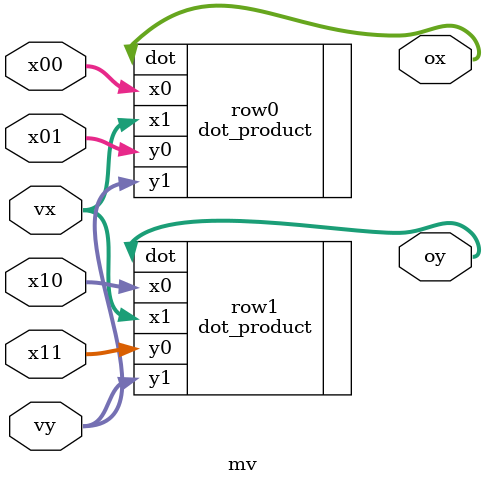
<source format=v>
module mv
    #(parameter WIDTH = 32, FRAC_WIDTH = 30)
    (
        input signed [WIDTH-1: 0] x00,
        input signed [WIDTH-1: 0] x01,
        input signed [WIDTH-1: 0] x10,
        input signed [WIDTH-1: 0] x11,
        input signed [WIDTH-1: 0] vx,
        input signed [WIDTH-1: 0] vy,
        output signed [WIDTH-1: 0] ox,
        output signed [WIDTH-1: 0] oy
    );

    dot_product #(WIDTH, FRAC_WIDTH) row0 (.x0(x00), .y0(x01), .x1(vx), .y1(vy), .dot(ox));
    dot_product #(WIDTH, FRAC_WIDTH) row1 (.x0(x10), .y0(x11), .x1(vx), .y1(vy), .dot(oy));

endmodule

</source>
